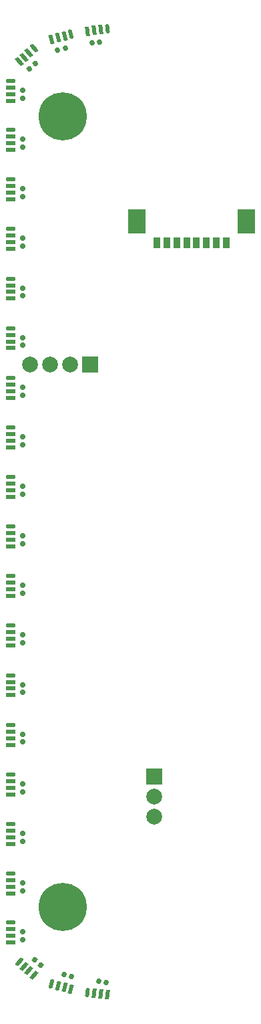
<source format=gts>
G04*
G04 #@! TF.GenerationSoftware,Altium Limited,Altium Designer,24.2.2 (26)*
G04*
G04 Layer_Color=8388736*
%FSLAX43Y43*%
%MOMM*%
G71*
G04*
G04 #@! TF.SameCoordinates,CE86931C-6916-4A25-866B-2747C1F1E0B7*
G04*
G04*
G04 #@! TF.FilePolarity,Negative*
G04*
G01*
G75*
%ADD13R,0.900X1.400*%
%ADD14R,2.200X3.100*%
G04:AMPARAMS|DCode=15|XSize=0.6mm|YSize=0.7mm|CornerRadius=0.175mm|HoleSize=0mm|Usage=FLASHONLY|Rotation=173.000|XOffset=0mm|YOffset=0mm|HoleType=Round|Shape=RoundedRectangle|*
%AMROUNDEDRECTD15*
21,1,0.600,0.350,0,0,173.0*
21,1,0.250,0.700,0,0,173.0*
1,1,0.350,-0.103,0.189*
1,1,0.350,0.145,0.158*
1,1,0.350,0.103,-0.189*
1,1,0.350,-0.145,-0.158*
%
%ADD15ROUNDEDRECTD15*%
G04:AMPARAMS|DCode=16|XSize=0.6mm|YSize=0.7mm|CornerRadius=0.175mm|HoleSize=0mm|Usage=FLASHONLY|Rotation=165.000|XOffset=0mm|YOffset=0mm|HoleType=Round|Shape=RoundedRectangle|*
%AMROUNDEDRECTD16*
21,1,0.600,0.350,0,0,165.0*
21,1,0.250,0.700,0,0,165.0*
1,1,0.350,-0.075,0.201*
1,1,0.350,0.166,0.137*
1,1,0.350,0.075,-0.201*
1,1,0.350,-0.166,-0.137*
%
%ADD16ROUNDEDRECTD16*%
G04:AMPARAMS|DCode=17|XSize=0.6mm|YSize=0.7mm|CornerRadius=0.175mm|HoleSize=0mm|Usage=FLASHONLY|Rotation=138.000|XOffset=0mm|YOffset=0mm|HoleType=Round|Shape=RoundedRectangle|*
%AMROUNDEDRECTD17*
21,1,0.600,0.350,0,0,138.0*
21,1,0.250,0.700,0,0,138.0*
1,1,0.350,0.024,0.214*
1,1,0.350,0.210,0.046*
1,1,0.350,-0.024,-0.214*
1,1,0.350,-0.210,-0.046*
%
%ADD17ROUNDEDRECTD17*%
G04:AMPARAMS|DCode=18|XSize=0.6mm|YSize=0.7mm|CornerRadius=0.175mm|HoleSize=0mm|Usage=FLASHONLY|Rotation=90.000|XOffset=0mm|YOffset=0mm|HoleType=Round|Shape=RoundedRectangle|*
%AMROUNDEDRECTD18*
21,1,0.600,0.350,0,0,90.0*
21,1,0.250,0.700,0,0,90.0*
1,1,0.350,0.175,0.125*
1,1,0.350,0.175,-0.125*
1,1,0.350,-0.175,-0.125*
1,1,0.350,-0.175,0.125*
%
%ADD18ROUNDEDRECTD18*%
G04:AMPARAMS|DCode=19|XSize=0.6mm|YSize=0.7mm|CornerRadius=0.175mm|HoleSize=0mm|Usage=FLASHONLY|Rotation=42.000|XOffset=0mm|YOffset=0mm|HoleType=Round|Shape=RoundedRectangle|*
%AMROUNDEDRECTD19*
21,1,0.600,0.350,0,0,42.0*
21,1,0.250,0.700,0,0,42.0*
1,1,0.350,0.210,-0.046*
1,1,0.350,0.024,-0.214*
1,1,0.350,-0.210,0.046*
1,1,0.350,-0.024,0.214*
%
%ADD19ROUNDEDRECTD19*%
G04:AMPARAMS|DCode=20|XSize=0.6mm|YSize=0.7mm|CornerRadius=0.175mm|HoleSize=0mm|Usage=FLASHONLY|Rotation=15.000|XOffset=0mm|YOffset=0mm|HoleType=Round|Shape=RoundedRectangle|*
%AMROUNDEDRECTD20*
21,1,0.600,0.350,0,0,15.0*
21,1,0.250,0.700,0,0,15.0*
1,1,0.350,0.166,-0.137*
1,1,0.350,-0.075,-0.201*
1,1,0.350,-0.166,0.137*
1,1,0.350,0.075,0.201*
%
%ADD20ROUNDEDRECTD20*%
G04:AMPARAMS|DCode=21|XSize=0.6mm|YSize=0.7mm|CornerRadius=0.175mm|HoleSize=0mm|Usage=FLASHONLY|Rotation=7.000|XOffset=0mm|YOffset=0mm|HoleType=Round|Shape=RoundedRectangle|*
%AMROUNDEDRECTD21*
21,1,0.600,0.350,0,0,7.0*
21,1,0.250,0.700,0,0,7.0*
1,1,0.350,0.145,-0.158*
1,1,0.350,-0.103,-0.189*
1,1,0.350,-0.145,0.158*
1,1,0.350,0.103,0.189*
%
%ADD21ROUNDEDRECTD21*%
G04:AMPARAMS|DCode=22|XSize=1.19mm|YSize=0.5mm|CornerRadius=0mm|HoleSize=0mm|Usage=FLASHONLY|Rotation=83.000|XOffset=0mm|YOffset=0mm|HoleType=Round|Shape=Rectangle|*
%AMROTATEDRECTD22*
4,1,4,0.176,-0.621,-0.321,-0.560,-0.176,0.621,0.321,0.560,0.176,-0.621,0.0*
%
%ADD22ROTATEDRECTD22*%

G04:AMPARAMS|DCode=23|XSize=1.19mm|YSize=0.5mm|CornerRadius=0.15mm|HoleSize=0mm|Usage=FLASHONLY|Rotation=83.000|XOffset=0mm|YOffset=0mm|HoleType=Round|Shape=RoundedRectangle|*
%AMROUNDEDRECTD23*
21,1,1.190,0.200,0,0,83.0*
21,1,0.890,0.500,0,0,83.0*
1,1,0.300,0.153,0.430*
1,1,0.300,0.045,-0.454*
1,1,0.300,-0.153,-0.430*
1,1,0.300,-0.045,0.454*
%
%ADD23ROUNDEDRECTD23*%
G04:AMPARAMS|DCode=24|XSize=1.19mm|YSize=0.5mm|CornerRadius=0mm|HoleSize=0mm|Usage=FLASHONLY|Rotation=75.000|XOffset=0mm|YOffset=0mm|HoleType=Round|Shape=Rectangle|*
%AMROTATEDRECTD24*
4,1,4,0.087,-0.639,-0.395,-0.510,-0.087,0.639,0.395,0.510,0.087,-0.639,0.0*
%
%ADD24ROTATEDRECTD24*%

G04:AMPARAMS|DCode=25|XSize=1.19mm|YSize=0.5mm|CornerRadius=0.15mm|HoleSize=0mm|Usage=FLASHONLY|Rotation=75.000|XOffset=0mm|YOffset=0mm|HoleType=Round|Shape=RoundedRectangle|*
%AMROUNDEDRECTD25*
21,1,1.190,0.200,0,0,75.0*
21,1,0.890,0.500,0,0,75.0*
1,1,0.300,0.212,0.404*
1,1,0.300,-0.019,-0.456*
1,1,0.300,-0.212,-0.404*
1,1,0.300,0.019,0.456*
%
%ADD25ROUNDEDRECTD25*%
G04:AMPARAMS|DCode=26|XSize=1.19mm|YSize=0.5mm|CornerRadius=0mm|HoleSize=0mm|Usage=FLASHONLY|Rotation=48.000|XOffset=0mm|YOffset=0mm|HoleType=Round|Shape=Rectangle|*
%AMROTATEDRECTD26*
4,1,4,-0.212,-0.609,-0.584,-0.275,0.212,0.609,0.584,0.275,-0.212,-0.609,0.0*
%
%ADD26ROTATEDRECTD26*%

G04:AMPARAMS|DCode=27|XSize=1.19mm|YSize=0.5mm|CornerRadius=0.15mm|HoleSize=0mm|Usage=FLASHONLY|Rotation=48.000|XOffset=0mm|YOffset=0mm|HoleType=Round|Shape=RoundedRectangle|*
%AMROUNDEDRECTD27*
21,1,1.190,0.200,0,0,48.0*
21,1,0.890,0.500,0,0,48.0*
1,1,0.300,0.372,0.264*
1,1,0.300,-0.223,-0.398*
1,1,0.300,-0.372,-0.264*
1,1,0.300,0.223,0.398*
%
%ADD27ROUNDEDRECTD27*%
%ADD28R,1.190X0.500*%
G04:AMPARAMS|DCode=29|XSize=1.19mm|YSize=0.5mm|CornerRadius=0.15mm|HoleSize=0mm|Usage=FLASHONLY|Rotation=0.000|XOffset=0mm|YOffset=0mm|HoleType=Round|Shape=RoundedRectangle|*
%AMROUNDEDRECTD29*
21,1,1.190,0.200,0,0,0.0*
21,1,0.890,0.500,0,0,0.0*
1,1,0.300,0.445,-0.100*
1,1,0.300,-0.445,-0.100*
1,1,0.300,-0.445,0.100*
1,1,0.300,0.445,0.100*
%
%ADD29ROUNDEDRECTD29*%
G04:AMPARAMS|DCode=30|XSize=1.19mm|YSize=0.5mm|CornerRadius=0mm|HoleSize=0mm|Usage=FLASHONLY|Rotation=312.000|XOffset=0mm|YOffset=0mm|HoleType=Round|Shape=Rectangle|*
%AMROTATEDRECTD30*
4,1,4,-0.584,0.275,-0.212,0.609,0.584,-0.275,0.212,-0.609,-0.584,0.275,0.0*
%
%ADD30ROTATEDRECTD30*%

G04:AMPARAMS|DCode=31|XSize=1.19mm|YSize=0.5mm|CornerRadius=0.15mm|HoleSize=0mm|Usage=FLASHONLY|Rotation=312.000|XOffset=0mm|YOffset=0mm|HoleType=Round|Shape=RoundedRectangle|*
%AMROUNDEDRECTD31*
21,1,1.190,0.200,0,0,312.0*
21,1,0.890,0.500,0,0,312.0*
1,1,0.300,0.223,-0.398*
1,1,0.300,-0.372,0.264*
1,1,0.300,-0.223,0.398*
1,1,0.300,0.372,-0.264*
%
%ADD31ROUNDEDRECTD31*%
G04:AMPARAMS|DCode=32|XSize=1.19mm|YSize=0.5mm|CornerRadius=0mm|HoleSize=0mm|Usage=FLASHONLY|Rotation=285.000|XOffset=0mm|YOffset=0mm|HoleType=Round|Shape=Rectangle|*
%AMROTATEDRECTD32*
4,1,4,-0.395,0.510,0.087,0.639,0.395,-0.510,-0.087,-0.639,-0.395,0.510,0.0*
%
%ADD32ROTATEDRECTD32*%

G04:AMPARAMS|DCode=33|XSize=1.19mm|YSize=0.5mm|CornerRadius=0.15mm|HoleSize=0mm|Usage=FLASHONLY|Rotation=285.000|XOffset=0mm|YOffset=0mm|HoleType=Round|Shape=RoundedRectangle|*
%AMROUNDEDRECTD33*
21,1,1.190,0.200,0,0,285.0*
21,1,0.890,0.500,0,0,285.0*
1,1,0.300,0.019,-0.456*
1,1,0.300,-0.212,0.404*
1,1,0.300,-0.019,0.456*
1,1,0.300,0.212,-0.404*
%
%ADD33ROUNDEDRECTD33*%
G04:AMPARAMS|DCode=34|XSize=1.19mm|YSize=0.5mm|CornerRadius=0mm|HoleSize=0mm|Usage=FLASHONLY|Rotation=277.000|XOffset=0mm|YOffset=0mm|HoleType=Round|Shape=Rectangle|*
%AMROTATEDRECTD34*
4,1,4,-0.321,0.560,0.176,0.621,0.321,-0.560,-0.176,-0.621,-0.321,0.560,0.0*
%
%ADD34ROTATEDRECTD34*%

G04:AMPARAMS|DCode=35|XSize=1.19mm|YSize=0.5mm|CornerRadius=0.15mm|HoleSize=0mm|Usage=FLASHONLY|Rotation=277.000|XOffset=0mm|YOffset=0mm|HoleType=Round|Shape=RoundedRectangle|*
%AMROUNDEDRECTD35*
21,1,1.190,0.200,0,0,277.0*
21,1,0.890,0.500,0,0,277.0*
1,1,0.300,-0.045,-0.454*
1,1,0.300,-0.153,0.430*
1,1,0.300,0.045,0.454*
1,1,0.300,0.153,-0.430*
%
%ADD35ROUNDEDRECTD35*%
%ADD36C,2.000*%
%ADD37R,2.000X2.000*%
%ADD38R,2.000X2.000*%
%ADD39C,6.100*%
D13*
X26875Y97355D02*
D03*
X29375D02*
D03*
X28125D02*
D03*
X25625D02*
D03*
X24375D02*
D03*
X23125D02*
D03*
X21875D02*
D03*
X20625D02*
D03*
D14*
X31925Y100105D02*
D03*
X18075D02*
D03*
D15*
X13210Y3892D02*
D03*
X14202Y3770D02*
D03*
D16*
X8800Y4725D02*
D03*
X9766Y4466D02*
D03*
D17*
X5125Y6625D02*
D03*
X5868Y5956D02*
D03*
D18*
X3625Y10180D02*
D03*
Y9180D02*
D03*
Y16356D02*
D03*
Y15356D02*
D03*
Y22632D02*
D03*
Y21632D02*
D03*
Y28908D02*
D03*
Y27908D02*
D03*
Y35184D02*
D03*
Y34184D02*
D03*
Y41460D02*
D03*
Y40460D02*
D03*
Y47736D02*
D03*
Y46736D02*
D03*
Y54012D02*
D03*
Y53012D02*
D03*
Y60288D02*
D03*
Y59288D02*
D03*
Y66564D02*
D03*
Y65564D02*
D03*
Y72840D02*
D03*
Y71840D02*
D03*
Y79116D02*
D03*
Y78116D02*
D03*
Y85392D02*
D03*
Y84392D02*
D03*
Y91668D02*
D03*
Y90668D02*
D03*
Y97944D02*
D03*
Y96944D02*
D03*
Y104220D02*
D03*
Y103220D02*
D03*
Y110496D02*
D03*
Y109496D02*
D03*
Y116672D02*
D03*
Y115672D02*
D03*
D19*
X5175Y120100D02*
D03*
X4432Y119431D02*
D03*
D20*
X8991Y122009D02*
D03*
X8025Y121750D02*
D03*
D21*
X13345Y122827D02*
D03*
X12352Y122705D02*
D03*
D22*
X14332Y2205D02*
D03*
X13498Y2308D02*
D03*
X12664Y2410D02*
D03*
D23*
X11830Y2513D02*
D03*
D24*
X9701Y2904D02*
D03*
X8890Y3121D02*
D03*
X8078Y3339D02*
D03*
D25*
X7267Y3556D02*
D03*
D26*
X5000Y4691D02*
D03*
X4376Y5253D02*
D03*
X3752Y5815D02*
D03*
D27*
X3128Y6377D02*
D03*
D28*
X2100Y8840D02*
D03*
X2100Y9680D02*
D03*
X2100Y10520D02*
D03*
X2100Y15016D02*
D03*
X2100Y15856D02*
D03*
X2100Y16696D02*
D03*
X2100Y21292D02*
D03*
X2100Y22132D02*
D03*
X2100Y22972D02*
D03*
X2100Y27568D02*
D03*
X2100Y28408D02*
D03*
X2100Y29248D02*
D03*
X2100Y33844D02*
D03*
X2100Y34684D02*
D03*
X2100Y35524D02*
D03*
X2100Y40120D02*
D03*
X2100Y40960D02*
D03*
X2100Y41800D02*
D03*
X2100Y46396D02*
D03*
X2100Y47236D02*
D03*
X2100Y48076D02*
D03*
X2100Y52672D02*
D03*
X2100Y53512D02*
D03*
X2100Y54352D02*
D03*
X2100Y58948D02*
D03*
X2100Y59788D02*
D03*
X2100Y60628D02*
D03*
X2100Y65224D02*
D03*
X2100Y66064D02*
D03*
X2100Y66904D02*
D03*
X2100Y71500D02*
D03*
X2100Y72340D02*
D03*
X2100Y73180D02*
D03*
X2100Y77776D02*
D03*
X2100Y78616D02*
D03*
X2100Y79456D02*
D03*
X2100Y84052D02*
D03*
X2100Y84892D02*
D03*
X2100Y85732D02*
D03*
X2100Y90328D02*
D03*
X2100Y91168D02*
D03*
X2100Y92008D02*
D03*
X2100Y96604D02*
D03*
X2100Y97444D02*
D03*
X2100Y98284D02*
D03*
X2100Y102880D02*
D03*
X2100Y103720D02*
D03*
X2100Y104560D02*
D03*
X2100Y109156D02*
D03*
X2100Y109996D02*
D03*
X2100Y110836D02*
D03*
X2100Y115332D02*
D03*
X2100Y116172D02*
D03*
X2100Y117012D02*
D03*
D29*
X2100Y11360D02*
D03*
Y17536D02*
D03*
Y23812D02*
D03*
Y30088D02*
D03*
Y36364D02*
D03*
Y42640D02*
D03*
Y48916D02*
D03*
Y55192D02*
D03*
Y61468D02*
D03*
Y67744D02*
D03*
Y74020D02*
D03*
Y80296D02*
D03*
Y86572D02*
D03*
Y92848D02*
D03*
Y99124D02*
D03*
Y105400D02*
D03*
Y111676D02*
D03*
Y117852D02*
D03*
D30*
X3128Y120315D02*
D03*
X3752Y120877D02*
D03*
X4376Y121439D02*
D03*
D31*
X5000Y122001D02*
D03*
D32*
X7267Y123136D02*
D03*
X8079Y123354D02*
D03*
X8890Y123571D02*
D03*
D33*
X9701Y123788D02*
D03*
D34*
X11830Y124179D02*
D03*
X12664Y124282D02*
D03*
X13498Y124384D02*
D03*
D35*
X14332Y124487D02*
D03*
D36*
X20228Y24765D02*
D03*
Y27305D02*
D03*
X7030Y82000D02*
D03*
X9570D02*
D03*
X4490D02*
D03*
D37*
X20228Y29845D02*
D03*
D38*
X12110Y82000D02*
D03*
D39*
X8706Y113354D02*
D03*
Y13354D02*
D03*
M02*

</source>
